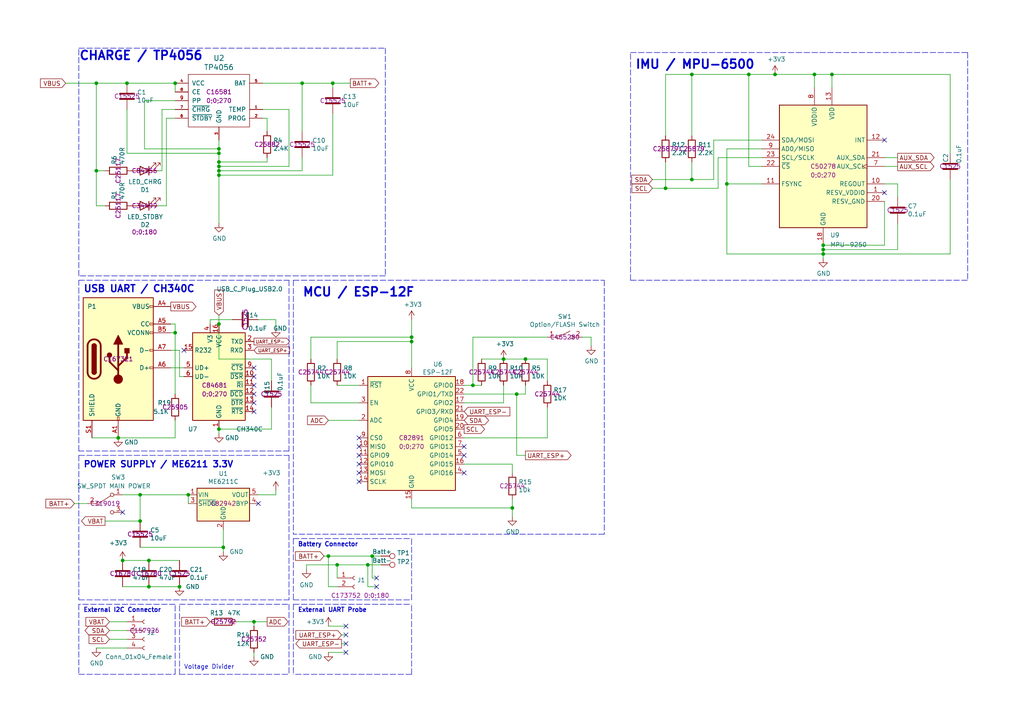
<source format=kicad_sch>
(kicad_sch (version 20211123) (generator eeschema)
  (paper "A4")
  (title_block (title "FineMotion-SlimeVR-PCB") (date "2022-08-24") (rev "v0.5b") (company "https://github.com/Kamilake/FineMotion-Tracker") (comment 1 "Licensed under CERN-OHL-P v2 or later") (comment 2 "Compatible with github.com/SlimeVR/SlimeVR-Tracker-ESP"))
  (lib_symbols
    (symbol "Connector:Conn_01x02_Female" (pin_names (offset 1.016) hide)
      (property "Reference" "J" (at 0 2.54 0))
      (property "Value" "Conn_01x02_Female" (at 0 -5.08 0))
      (symbol "Conn_01x02_Female_1_1"
        (arc (start 0 -2.032) (mid -0.508 -2.54) (end 0 -3.048) (stroke (width 0.1524)))
        (polyline (pts (xy -1.27 -2.54) (xy -0.508 -2.54)) (stroke (width 0.1524)))
        (polyline (pts (xy -1.27 0) (xy -0.508 0)) (stroke (width 0.1524)))
        (arc (start 0 0.508) (mid -0.508 0) (end 0 -0.508) (stroke (width 0.1524)))
        (pin passive line (at -5.08 0 0) (length 3.81) (name "Pin_1") (number "1"))
        (pin passive line (at -5.08 -2.54 0) (length 3.81) (name "Pin_2") (number "2"))
      )
    )
    (symbol "Connector:Conn_01x04_Female" (pin_names (offset 1.016) hide)
      (property "Reference" "J" (at 0 5.08 0))
      (property "Value" "Conn_01x04_Female" (at 0 -7.62 0))
      (symbol "Conn_01x04_Female_1_1"
        (arc (start 0 -4.572) (mid -0.508 -5.08) (end 0 -5.588) (stroke (width 0.1524)))
        (arc (start 0 -2.032) (mid -0.508 -2.54) (end 0 -3.048) (stroke (width 0.1524)))
        (polyline (pts (xy -1.27 -5.08) (xy -0.508 -5.08)) (stroke (width 0.1524)))
        (polyline (pts (xy -1.27 -2.54) (xy -0.508 -2.54)) (stroke (width 0.1524)))
        (polyline (pts (xy -1.27 0) (xy -0.508 0)) (stroke (width 0.1524)))
        (polyline (pts (xy -1.27 2.54) (xy -0.508 2.54)) (stroke (width 0.1524)))
        (arc (start 0 0.508) (mid -0.508 0) (end 0 -0.508) (stroke (width 0.1524)))
        (arc (start 0 3.048) (mid -0.508 2.54) (end 0 2.032) (stroke (width 0.1524)))
        (pin passive line (at -5.08 2.54 0) (length 3.81) (name "Pin_1") (number "1"))
        (pin passive line (at -5.08 0 0) (length 3.81) (name "Pin_2") (number "2"))
        (pin passive line (at -5.08 -2.54 0) (length 3.81) (name "Pin_3") (number "3"))
        (pin passive line (at -5.08 -5.08 0) (length 3.81) (name "Pin_4") (number "4"))
      )
    )
    (symbol "Connector:TestPoint" (pin_numbers hide) (pin_names (offset 0.762) hide)
      (property "Reference" "TP" (at 0 6.858 0))
      (property "Value" "TestPoint" (at 0 5.08 0))
      (symbol "TestPoint_0_1"
        (circle (center 0 3.302) (radius 0.762))
      )
      (symbol "TestPoint_1_1"
        (pin passive line (at 0 0 90) (length 2.54) (name "1") (number "1"))
      )
    )
    (symbol "Connector:USB_C_Plug_USB2.0" (pin_names (offset 1.016))
      (property "Reference" "P" (at -10.16 19.05 0))
      (property "Value" "USB_C_Plug_USB2.0" (at 12.7 19.05 0))
      (symbol "USB_C_Plug_USB2.0_0_0"
        (rectangle (start -0.254 -17.78) (end 0.254 -16.764))
        (rectangle (start 10.16 -2.286) (end 9.144 -2.794))
        (rectangle (start 10.16 2.794) (end 9.144 2.286))
        (rectangle (start 10.16 7.874) (end 9.144 7.366))
        (rectangle (start 10.16 10.414) (end 9.144 9.906))
        (rectangle (start 10.16 15.494) (end 9.144 14.986))
      )
      (symbol "USB_C_Plug_USB2.0_0_1"
        (rectangle (start -10.16 17.78) (end 10.16 -17.78) (stroke (width 0.254)) (fill (type background)))
        (arc (start -8.89 -3.81) (mid -6.985 -5.715) (end -5.08 -3.81) (stroke (width 0.508)))
        (arc (start -7.62 -3.81) (mid -6.985 -4.445) (end -6.35 -3.81) (stroke (width 0.254)))
        (arc (start -7.62 -3.81) (mid -6.985 -4.445) (end -6.35 -3.81) (stroke (width 0.254)) (fill (type outline)))
        (rectangle (start -7.62 -3.81) (end -6.35 3.81) (stroke (width 0.254)) (fill (type outline)))
        (arc (start -6.35 3.81) (mid -6.985 4.445) (end -7.62 3.81) (stroke (width 0.254)))
        (arc (start -6.35 3.81) (mid -6.985 4.445) (end -7.62 3.81) (stroke (width 0.254)) (fill (type outline)))
        (arc (start -5.08 3.81) (mid -6.985 5.715) (end -8.89 3.81) (stroke (width 0.508)))
        (circle (center -2.54 1.143) (radius 0.635) (stroke (width 0.254)) (fill (type outline)))
        (circle (center 0 -5.842) (radius 1.27) (fill (type outline)))
        (polyline (pts (xy -8.89 -3.81) (xy -8.89 3.81)) (stroke (width 0.508)))
        (polyline (pts (xy -5.08 3.81) (xy -5.08 -3.81)) (stroke (width 0.508)))
        (polyline (pts (xy 0 -5.842) (xy 0 4.318)) (stroke (width 0.508)))
        (polyline (pts (xy 0 -3.302) (xy -2.54 -0.762) (xy -2.54 0.508)) (stroke (width 0.508)))
        (polyline (pts (xy 0 -2.032) (xy 2.54 0.508) (xy 2.54 1.778)) (stroke (width 0.508)))
        (polyline (pts (xy -1.27 4.318) (xy 0 6.858) (xy 1.27 4.318) (xy -1.27 4.318)) (stroke (width 0.254)) (fill (type outline)))
        (rectangle (start 1.905 1.778) (end 3.175 3.048) (stroke (width 0.254)) (fill (type outline)))
      )
      (symbol "USB_C_Plug_USB2.0_1_1"
        (pin passive line (at 0 -22.86 90) (length 5.08) (name "GND") (number "A1"))
        (pin passive line (at 0 -22.86 90) (length 5.08) hide (name "GND") (number "A12"))
        (pin passive line (at 15.24 15.24 180) (length 5.08) (name "VBUS") (number "A4"))
        (pin bidirectional line (at 15.24 10.16 180) (length 5.08) (name "CC") (number "A5"))
        (pin bidirectional line (at 15.24 -2.54 180) (length 5.08) (name "D+") (number "A6"))
        (pin bidirectional line (at 15.24 2.54 180) (length 5.08) (name "D-") (number "A7"))
        (pin passive line (at 15.24 15.24 180) (length 5.08) hide (name "VBUS") (number "A9"))
        (pin passive line (at 0 -22.86 90) (length 5.08) hide (name "GND") (number "B1"))
        (pin passive line (at 0 -22.86 90) (length 5.08) hide (name "GND") (number "B12"))
        (pin passive line (at 15.24 15.24 180) (length 5.08) hide (name "VBUS") (number "B4"))
        (pin bidirectional line (at 15.24 7.62 180) (length 5.08) (name "VCONN") (number "B5"))
        (pin passive line (at 15.24 15.24 180) (length 5.08) hide (name "VBUS") (number "B9"))
        (pin passive line (at -7.62 -22.86 90) (length 5.08) (name "SHIELD") (number "S1"))
      )
    )
    (symbol "Device:C" (pin_numbers hide) (pin_names (offset 0.254))
      (property "Reference" "C" (at 0.635 2.54 0))
      (property "Value" "C" (at 0.635 -2.54 0))
      (symbol "C_0_1"
        (polyline (pts (xy -2.032 -0.762) (xy 2.032 -0.762)) (stroke (width 0.508)))
        (polyline (pts (xy -2.032 0.762) (xy 2.032 0.762)) (stroke (width 0.508)))
      )
      (symbol "C_1_1"
        (pin passive line (at 0 3.81 270) (length 2.794) (name "~") (number "1"))
        (pin passive line (at 0 -3.81 90) (length 2.794) (name "~") (number "2"))
      )
    )
    (symbol "Device:LED" (pin_numbers hide) (pin_names (offset 1.016) hide)
      (property "Reference" "D" (at 0 2.54 0))
      (property "Value" "LED" (at 0 -2.54 0))
      (symbol "LED_0_1"
        (polyline (pts (xy -1.27 -1.27) (xy -1.27 1.27)) (stroke (width 0.254)))
        (polyline (pts (xy -1.27 0) (xy 1.27 0)))
        (polyline (pts (xy 1.27 -1.27) (xy 1.27 1.27) (xy -1.27 0) (xy 1.27 -1.27)) (stroke (width 0.254)))
        (polyline (pts (xy -3.048 -0.762) (xy -4.572 -2.286) (xy -3.81 -2.286) (xy -4.572 -2.286) (xy -4.572 -1.524)))
        (polyline (pts (xy -1.778 -0.762) (xy -3.302 -2.286) (xy -2.54 -2.286) (xy -3.302 -2.286) (xy -3.302 -1.524)))
      )
      (symbol "LED_1_1"
        (pin passive line (at -3.81 0 0) (length 2.54) (name "K") (number "1"))
        (pin passive line (at 3.81 0 180) (length 2.54) (name "A") (number "2"))
      )
    )
    (symbol "Device:R" (pin_numbers hide) (pin_names (offset 0))
      (property "Reference" "R" (at 2.032 0 90))
      (property "Value" "R" (at 0 0 90))
      (symbol "R_0_1"
        (rectangle (start -1.016 -2.54) (end 1.016 2.54) (stroke (width 0.254)))
      )
      (symbol "R_1_1"
        (pin passive line (at 0 3.81 270) (length 1.27) (name "~") (number "1"))
        (pin passive line (at 0 -3.81 90) (length 1.27) (name "~") (number "2"))
      )
    )
    (symbol "Interface_USB:CH340C"
      (property "Reference" "U" (at -5.08 13.97 0))
      (property "Value" "CH340C" (at 1.27 13.97 0))
      (symbol "CH340C_0_1"
        (rectangle (start -7.62 12.7) (end 7.62 -12.7) (stroke (width 0.254)) (fill (type background)))
      )
      (symbol "CH340C_1_1"
        (pin power_in line (at 0 -15.24 90) (length 2.54) (name "GND") (number "1"))
        (pin input line (at 10.16 0 180) (length 2.54) (name "~{DSR}") (number "10"))
        (pin input line (at 10.16 -2.54 180) (length 2.54) (name "~{RI}") (number "11"))
        (pin input line (at 10.16 -5.08 180) (length 2.54) (name "~{DCD}") (number "12"))
        (pin output line (at 10.16 -7.62 180) (length 2.54) (name "~{DTR}") (number "13"))
        (pin output line (at 10.16 -10.16 180) (length 2.54) (name "~{RTS}") (number "14"))
        (pin input line (at -10.16 7.62 0) (length 2.54) (name "R232") (number "15"))
        (pin power_in line (at 0 15.24 270) (length 2.54) (name "VCC") (number "16"))
        (pin output line (at 10.16 10.16 180) (length 2.54) (name "TXD") (number "2"))
        (pin input line (at 10.16 7.62 180) (length 2.54) (name "RXD") (number "3"))
        (pin passive line (at -2.54 15.24 270) (length 2.54) (name "V3") (number "4"))
        (pin bidirectional line (at -10.16 2.54 0) (length 2.54) (name "UD+") (number "5"))
        (pin bidirectional line (at -10.16 0 0) (length 2.54) (name "UD-") (number "6"))
        (pin no_connect line (at -7.62 -7.62 0) (length 2.54) hide (name "NC") (number "7"))
        (pin no_connect line (at -7.62 -10.16 0) (length 2.54) hide (name "NC") (number "8"))
        (pin input line (at 10.16 2.54 180) (length 2.54) (name "~{CTS}") (number "9"))
      )
    )
    (symbol "RF_Module:ESP-12F"
      (property "Reference" "U" (at -12.7 19.05 0))
      (property "Value" "ESP-12F" (at 12.7 19.05 0))
      (symbol "ESP-12F_0_1"
        (rectangle (start -12.7 17.78) (end 12.7 -15.24) (stroke (width 0.254)) (fill (type background)))
      )
      (symbol "ESP-12F_1_1"
        (pin input line (at -15.24 15.24 0) (length 2.54) (name "~{RST}") (number "1"))
        (pin bidirectional line (at -15.24 -2.54 0) (length 2.54) (name "MISO") (number "10"))
        (pin bidirectional line (at -15.24 -5.08 0) (length 2.54) (name "GPIO9") (number "11"))
        (pin bidirectional line (at -15.24 -7.62 0) (length 2.54) (name "GPIO10") (number "12"))
        (pin bidirectional line (at -15.24 -10.16 0) (length 2.54) (name "MOSI") (number "13"))
        (pin bidirectional line (at -15.24 -12.7 0) (length 2.54) (name "SCLK") (number "14"))
        (pin power_in line (at 0 -17.78 90) (length 2.54) (name "GND") (number "15"))
        (pin bidirectional line (at 15.24 -7.62 180) (length 2.54) (name "GPIO15") (number "16"))
        (pin bidirectional line (at 15.24 10.16 180) (length 2.54) (name "GPIO2") (number "17"))
        (pin bidirectional line (at 15.24 15.24 180) (length 2.54) (name "GPIO0") (number "18"))
        (pin bidirectional line (at 15.24 5.08 180) (length 2.54) (name "GPIO4") (number "19"))
        (pin input line (at -15.24 5.08 0) (length 2.54) (name "ADC") (number "2"))
        (pin bidirectional line (at 15.24 2.54 180) (length 2.54) (name "GPIO5") (number "20"))
        (pin bidirectional line (at 15.24 7.62 180) (length 2.54) (name "GPIO3/RXD") (number "21"))
        (pin bidirectional line (at 15.24 12.7 180) (length 2.54) (name "GPIO1/TXD") (number "22"))
        (pin input line (at -15.24 10.16 0) (length 2.54) (name "EN") (number "3"))
        (pin bidirectional line (at 15.24 -10.16 180) (length 2.54) (name "GPIO16") (number "4"))
        (pin bidirectional line (at 15.24 -5.08 180) (length 2.54) (name "GPIO14") (number "5"))
        (pin bidirectional line (at 15.24 0 180) (length 2.54) (name "GPIO12") (number "6"))
        (pin bidirectional line (at 15.24 -2.54 180) (length 2.54) (name "GPIO13") (number "7"))
        (pin power_in line (at 0 20.32 270) (length 2.54) (name "VCC") (number "8"))
        (pin input line (at -15.24 0 0) (length 2.54) (name "CS0") (number "9"))
      )
    )
    (symbol "Regulator_Linear:APE8865U5-16-HF-3" (pin_names (offset 0.254))
      (property "Reference" "U" (at -6.35 5.715 0))
      (property "Value" "APE8865U5-16-HF-3" (at -3.175 5.715 0))
      (symbol "APE8865U5-16-HF-3_0_1"
        (rectangle (start -7.62 4.445) (end 7.62 -5.08) (stroke (width 0.254)) (fill (type background)))
      )
      (symbol "APE8865U5-16-HF-3_1_1"
        (pin power_in line (at -10.16 2.54 0) (length 2.54) (name "VIN") (number "1"))
        (pin power_in line (at 0 -7.62 90) (length 2.54) (name "GND") (number "2"))
        (pin input line (at -10.16 0 0) (length 2.54) (name "~{SHDN}") (number "3"))
        (pin input line (at 10.16 0 180) (length 2.54) (name "BYP") (number "4"))
        (pin power_out line (at 10.16 2.54 180) (length 2.54) (name "VOUT") (number "5"))
      )
    )
    (symbol "Sensor_Motion:MPU-9250"
      (property "Reference" "U" (at -11.43 19.05 0))
      (property "Value" "MPU-9250" (at 7.62 -19.05 0))
      (symbol "MPU-9250_0_1"
        (rectangle (start -12.7 17.78) (end 12.7 -17.78) (stroke (width 0.254)) (fill (type background)))
      )
      (symbol "MPU-9250_1_1"
        (pin input line (at 17.78 -7.62 180) (length 5.08) (name "RESV_VDDIO") (number "1"))
        (pin passive line (at 17.78 -5.08 180) (length 5.08) (name "REGOUT") (number "10"))
        (pin input line (at -17.78 -5.08 0) (length 5.08) (name "FSYNC") (number "11"))
        (pin output line (at 17.78 7.62 180) (length 5.08) (name "INT") (number "12"))
        (pin power_in line (at 2.54 22.86 270) (length 5.08) (name "VDD") (number "13"))
        (pin power_in line (at 0 -22.86 90) (length 5.08) (name "GND") (number "18"))
        (pin power_in line (at 17.78 -10.16 180) (length 5.08) (name "RESV_GND") (number "20"))
        (pin bidirectional line (at 17.78 2.54 180) (length 5.08) (name "AUX_SDA") (number "21"))
        (pin input line (at -17.78 0 0) (length 5.08) (name "~{CS}") (number "22"))
        (pin input line (at -17.78 2.54 0) (length 5.08) (name "SCL/SCLK") (number "23"))
        (pin bidirectional line (at -17.78 7.62 0) (length 5.08) (name "SDA/MOSI") (number "24"))
        (pin output clock (at 17.78 0 180) (length 5.08) (name "AUX_SCL") (number "7"))
        (pin power_in line (at -2.54 22.86 270) (length 5.08) (name "VDDIO") (number "8"))
        (pin bidirectional line (at -17.78 5.08 0) (length 5.08) (name "AD0/MISO") (number "9"))
      )
    )
    (symbol "Switch:SW_SPDT" (pin_names (offset 0) hide)
      (property "Reference" "SW" (at 0 4.318 0))
      (property "Value" "SW_SPDT" (at 0 -5.08 0))
      (symbol "SW_SPDT_0_0"
        (circle (center -2.032 0) (radius 0.508))
        (circle (center 2.032 -2.54) (radius 0.508))
      )
      (symbol "SW_SPDT_0_1"
        (polyline (pts (xy -1.524 0.254) (xy 1.651 2.286)))
        (circle (center 2.032 2.54) (radius 0.508))
      )
      (symbol "SW_SPDT_1_1"
        (pin passive line (at 5.08 2.54 180) (length 2.54) (name "A") (number "1"))
        (pin passive line (at -5.08 0 0) (length 2.54) (name "B") (number "2"))
        (pin passive line (at 5.08 -2.54 180) (length 2.54) (name "C") (number "3"))
      )
    )
    (symbol "Switch:SW_SPST" (pin_names (offset 0) hide)
      (property "Reference" "SW" (at 0 3.175 0))
      (property "Value" "SW_SPST" (at 0 -2.54 0))
      (symbol "SW_SPST_0_0"
        (circle (center -2.032 0) (radius 0.508))
        (polyline (pts (xy -1.524 0.254) (xy 1.524 1.778)))
        (circle (center 2.032 0) (radius 0.508))
      )
      (symbol "SW_SPST_1_1"
        (pin passive line (at -5.08 0 0) (length 2.54) (name "A") (number "1"))
        (pin passive line (at 5.08 0 180) (length 2.54) (name "B") (number "2"))
      )
    )
    (symbol "power:+3.3V" (power) (pin_names (offset 0))
      (property "Value" "+3.3V" (at 0 3.556 0))
      (symbol "+3.3V_0_1"
        (polyline (pts (xy -0.762 1.27) (xy 0 2.54)))
        (polyline (pts (xy 0 0) (xy 0 2.54)))
        (polyline (pts (xy 0 2.54) (xy 0.762 1.27)))
      )
      (symbol "+3.3V_1_1"
        (pin power_in line (at 0 0 90) (length 0) hide (name "+3V3") (number "1"))
      )
    )
    (symbol "power:GND" (power) (pin_names (offset 0))
      (property "Value" "GND" (at 0 -3.81 0))
      (symbol "GND_0_1"
        (polyline (pts (xy 0 0) (xy 0 -1.27) (xy 1.27 -1.27) (xy 0 -2.54) (xy -1.27 -1.27) (xy 0 -1.27)))
      )
      (symbol "GND_1_1"
        (pin power_in line (at 0 0 270) (length 0) hide (name "GND") (number "1"))
      )
    )
    (symbol "tp4056:TP4056" (pin_names (offset 1.016))
      (property "Reference" "U" (at -8.89 10.16 0))
      (property "Value" "TP4056" (at 8.89 10.16 0))
      (symbol "TP4056_0_1"
        (rectangle (start -8.89 8.89) (end 8.89 -6.35))
      )
      (symbol "TP4056_1_1"
        (pin passive line (at 12.7 -1.27 180) (length 3.81) (name "TEMP") (number "1"))
        (pin passive line (at 12.7 -3.81 180) (length 3.81) (name "PROG") (number "2"))
        (pin power_in line (at 0 -10.16 90) (length 3.81) (name "GND") (number "3"))
        (pin power_in line (at -12.7 6.35 0) (length 3.81) (name "VCC") (number "4"))
        (pin power_out line (at 12.7 6.35 180) (length 3.81) (name "BAT") (number "5"))
        (pin open_collector line (at -12.7 -3.81 0) (length 3.81) (name "~{STDBY}") (number "6"))
        (pin open_collector line (at -12.7 -1.27 0) (length 3.81) (name "~{CHRG}") (number "7"))
        (pin input line (at -12.7 3.81 0) (length 3.81) (name "CE") (number "8"))
        (pin input line (at -12.7 1.27 0) (length 3.81) (name "PP") (number "9"))
      )
    )
  )
  (junction (at 50.8 24.13))
  (junction (at 40.64 143.51))
  (junction (at 34.29 127))
  (junction (at 63.5 93.98))
  (junction (at 236.22 21.59))
  (junction (at 119.38 99.06))
  (junction (at 43.18 162.56))
  (junction (at 63.5 48.26))
  (junction (at 87.63 24.13))
  (junction (at 224.79 21.59))
  (junction (at 35.56 162.56))
  (junction (at 152.4 104.14))
  (junction (at 27.94 49.53))
  (junction (at 119.38 97.79))
  (junction (at 63.5 43.18))
  (junction (at 217.17 21.59))
  (junction (at 63.5 49.53))
  (junction (at 50.8 96.52))
  (junction (at 96.52 24.13))
  (junction (at 64.77 158.75))
  (junction (at 193.04 54.61))
  (junction (at 148.59 147.32))
  (junction (at 36.83 24.13))
  (junction (at 238.76 73.66))
  (junction (at 63.5 124.46))
  (junction (at 95.25 161.29))
  (junction (at 54.61 143.51))
  (junction (at 200.66 21.59))
  (junction (at 241.3 21.59))
  (junction (at 106.68 163.83))
  (junction (at 63.5 50.8))
  (junction (at 63.5 44.45))
  (junction (at 73.66 180.34))
  (junction (at 40.64 151.13))
  (junction (at 146.05 104.14))
  (junction (at 149.86 114.3))
  (junction (at 52.07 170.18))
  (junction (at 27.94 24.13))
  (junction (at 238.76 71.12))
  (junction (at 137.16 111.76))
  (junction (at 107.95 161.29))
  (junction (at 97.79 163.83))
  (junction (at 63.5 46.99))
  (junction (at 43.18 170.18))
  (junction (at 210.82 53.34))
  (junction (at 238.76 72.39))
  (junction (at 200.66 52.07))
  (no_connect (at 104.14 129.54))
  (no_connect (at 256.54 40.64))
  (no_connect (at 100.33 181.61))
  (no_connect (at 109.22 167.64))
  (no_connect (at 73.66 109.22))
  (no_connect (at 100.33 184.15))
  (no_connect (at 74.93 146.05))
  (no_connect (at 73.66 114.3))
  (no_connect (at 53.34 101.6))
  (no_connect (at 134.62 137.16))
  (no_connect (at 73.66 119.38))
  (no_connect (at 73.66 106.68))
  (no_connect (at 104.14 127))
  (no_connect (at 73.66 116.84))
  (no_connect (at 104.14 137.16))
  (no_connect (at 104.14 132.08))
  (no_connect (at 256.54 55.88))
  (no_connect (at 73.66 111.76))
  (no_connect (at 134.62 129.54))
  (no_connect (at 109.22 170.18))
  (no_connect (at 134.62 132.08))
  (no_connect (at 35.56 148.59))
  (no_connect (at 104.14 139.7))
  (no_connect (at 100.33 186.69))
  (no_connect (at 104.14 134.62))
  (no_connect (at 100.33 189.23))
  (bus_entry (at -675.64 227.33) (size 2.54 2.54))
  (wire (pts (xy 104.14 111.76) (xy 97.79 111.76)))
  (polyline (pts (xy 83.82 130.81) (xy 22.86 130.81)))
  (wire (pts (xy 256.54 71.12) (xy 238.76 71.12)))
  (wire (pts (xy 146.05 111.76) (xy 146.05 116.84)))
  (wire (pts (xy 134.62 134.62) (xy 148.59 134.62)))
  (wire (pts (xy 93.98 161.29) (xy 95.25 161.29)))
  (wire (pts (xy 35.56 143.51) (xy 40.64 143.51)))
  (wire (pts (xy 95.25 121.92) (xy 104.14 121.92)))
  (polyline (pts (xy 50.8 195.58) (xy 50.8 175.26)))
  (wire (pts (xy 88.9 165.1) (xy 88.9 163.83)))
  (wire (pts (xy 134.62 111.76) (xy 137.16 111.76)))
  (polyline (pts (xy 119.38 195.58) (xy 85.09 195.58)))
  (wire (pts (xy 26.67 127) (xy 34.29 127)))
  (wire (pts (xy 43.18 162.56) (xy 35.56 162.56)))
  (wire (pts (xy 134.62 114.3) (xy 149.86 114.3)))
  (wire (pts (xy 275.59 73.66) (xy 238.76 73.66)))
  (wire (pts (xy 148.59 134.62) (xy 148.59 137.16)))
  (wire (pts (xy 189.23 54.61) (xy 193.04 54.61)))
  (wire (pts (xy 119.38 147.32) (xy 148.59 147.32)))
  (wire (pts (xy 43.18 170.18) (xy 52.07 170.18)))
  (wire (pts (xy 99.06 186.69) (xy 100.33 186.69)))
  (wire (pts (xy 90.17 111.76) (xy 90.17 116.84)))
  (wire (pts (xy 275.59 21.59) (xy 241.3 21.59)))
  (wire (pts (xy 50.8 96.52) (xy 50.8 114.3)))
  (polyline (pts (xy 85.09 81.28) (xy 85.09 154.94)))
  (wire (pts (xy 27.94 24.13) (xy 36.83 24.13)))
  (wire (pts (xy 50.8 29.21) (xy 41.91 29.21)))
  (polyline (pts (xy 111.76 13.97) (xy 111.76 80.01)))
  (wire (pts (xy 27.94 59.69) (xy 27.94 49.53)))
  (wire (pts (xy 63.5 44.45) (xy 63.5 46.99)))
  (wire (pts (xy 74.93 143.51) (xy 80.01 143.51)))
  (polyline (pts (xy 22.86 132.08) (xy 83.82 132.08)))
  (polyline (pts (xy 52.07 195.58) (xy 83.82 195.58)))
  (wire (pts (xy 43.18 170.18) (xy 35.56 170.18)))
  (wire (pts (xy 41.91 43.18) (xy 63.5 43.18)))
  (wire (pts (xy 30.48 59.69) (xy 27.94 59.69)))
  (polyline (pts (xy 85.09 81.28) (xy 175.26 81.28)))
  (wire (pts (xy 241.3 21.59) (xy 241.3 25.4)))
  (wire (pts (xy 171.45 97.79) (xy 171.45 100.33)))
  (polyline (pts (xy 85.09 175.26) (xy 85.09 195.58)))
  (wire (pts (xy 50.8 31.75) (xy 46.99 31.75)))
  (wire (pts (xy 30.48 151.13) (xy 40.64 151.13)))
  (wire (pts (xy 52.07 162.56) (xy 43.18 162.56)))
  (wire (pts (xy 158.75 110.49) (xy 158.75 104.14)))
  (wire (pts (xy 260.35 57.15) (xy 260.35 53.34)))
  (wire (pts (xy 49.53 96.52) (xy 50.8 96.52)))
  (wire (pts (xy 73.66 189.23) (xy 73.66 190.5)))
  (wire (pts (xy 63.5 104.14) (xy 63.5 93.98)))
  (wire (pts (xy 31.75 185.42) (xy 36.83 185.42)))
  (wire (pts (xy 21.59 146.05) (xy 25.4 146.05)))
  (wire (pts (xy 63.5 43.18) (xy 63.5 44.45)))
  (wire (pts (xy 48.26 59.69) (xy 45.72 59.69)))
  (polyline (pts (xy 52.07 195.58) (xy 52.07 175.26)))
  (wire (pts (xy 137.16 111.76) (xy 137.16 97.79)))
  (polyline (pts (xy 175.26 154.94) (xy 85.09 154.94)))
  (wire (pts (xy 60.96 93.98) (xy 60.96 92.71)))
  (wire (pts (xy 97.79 163.83) (xy 106.68 163.83)))
  (wire (pts (xy 68.58 180.34) (xy 73.66 180.34)))
  (polyline (pts (xy 83.82 132.08) (xy 83.82 173.99)))
  (polyline (pts (xy 22.86 132.08) (xy 22.86 173.99)))
  (wire (pts (xy 73.66 181.61) (xy 73.66 180.34)))
  (wire (pts (xy 134.62 127) (xy 158.75 127)))
  (wire (pts (xy 30.48 49.53) (xy 27.94 49.53)))
  (polyline (pts (xy 182.88 15.24) (xy 280.67 15.24)))
  (wire (pts (xy 200.66 21.59) (xy 200.66 39.37)))
  (wire (pts (xy 73.66 180.34) (xy 77.47 180.34)))
  (wire (pts (xy 149.86 114.3) (xy 152.4 114.3)))
  (wire (pts (xy 40.64 158.75) (xy 64.77 158.75)))
  (wire (pts (xy 168.91 97.79) (xy 171.45 97.79)))
  (wire (pts (xy 64.77 153.67) (xy 64.77 158.75)))
  (wire (pts (xy 50.8 127) (xy 50.8 121.92)))
  (wire (pts (xy 34.29 127) (xy 50.8 127)))
  (wire (pts (xy 40.64 143.51) (xy 54.61 143.51)))
  (wire (pts (xy 52.07 101.6) (xy 52.07 109.22)))
  (wire (pts (xy 76.2 34.29) (xy 77.47 34.29)))
  (polyline (pts (xy 22.86 81.28) (xy 83.82 81.28)))
  (wire (pts (xy 158.75 127) (xy 158.75 118.11)))
  (wire (pts (xy 49.53 101.6) (xy 52.07 101.6)))
  (wire (pts (xy 106.68 163.83) (xy 110.49 163.83)))
  (wire (pts (xy 220.98 48.26) (xy 217.17 48.26)))
  (wire (pts (xy 107.95 161.29) (xy 107.95 167.64)))
  (wire (pts (xy 46.99 49.53) (xy 45.72 49.53)))
  (wire (pts (xy 275.59 52.07) (xy 275.59 73.66)))
  (polyline (pts (xy 22.86 175.26) (xy 22.86 195.58)))
  (wire (pts (xy 77.47 45.72) (xy 77.47 46.99)))
  (wire (pts (xy 87.63 49.53) (xy 63.5 49.53)))
  (wire (pts (xy 83.82 31.75) (xy 83.82 48.26)))
  (polyline (pts (xy 119.38 173.99) (xy 119.38 156.21)))
  (wire (pts (xy 46.99 31.75) (xy 46.99 49.53)))
  (wire (pts (xy 260.35 48.26) (xy 256.54 48.26)))
  (wire (pts (xy 90.17 97.79) (xy 90.17 104.14)))
  (wire (pts (xy 200.66 46.99) (xy 200.66 52.07)))
  (polyline (pts (xy 85.09 175.26) (xy 119.38 175.26)))
  (wire (pts (xy 106.68 163.83) (xy 106.68 170.18)))
  (wire (pts (xy 146.05 104.14) (xy 152.4 104.14)))
  (wire (pts (xy 149.86 132.08) (xy 152.4 132.08)))
  (polyline (pts (xy 50.8 175.26) (xy 22.86 175.26)))
  (polyline (pts (xy 22.86 80.01) (xy 22.86 13.97)))
  (wire (pts (xy 88.9 163.83) (xy 97.79 163.83)))
  (wire (pts (xy 137.16 97.79) (xy 158.75 97.79)))
  (polyline (pts (xy 22.86 130.81) (xy 22.86 81.28)))
  (polyline (pts (xy 22.86 173.99) (xy 83.82 173.99)))
  (wire (pts (xy 78.74 104.14) (xy 63.5 104.14)))
  (polyline (pts (xy 182.88 81.28) (xy 280.67 81.28)))
  (wire (pts (xy 208.28 45.72) (xy 220.98 45.72)))
  (polyline (pts (xy 85.09 156.21) (xy 119.38 156.21)))
  (wire (pts (xy 87.63 24.13) (xy 87.63 38.1)))
  (wire (pts (xy 210.82 43.18) (xy 210.82 53.34)))
  (wire (pts (xy 260.35 53.34) (xy 256.54 53.34)))
  (wire (pts (xy 76.2 31.75) (xy 83.82 31.75)))
  (wire (pts (xy 238.76 72.39) (xy 238.76 73.66)))
  (wire (pts (xy 210.82 53.34) (xy 210.82 73.66)))
  (wire (pts (xy 90.17 97.79) (xy 119.38 97.79)))
  (wire (pts (xy 236.22 21.59) (xy 241.3 21.59)))
  (wire (pts (xy 41.91 29.21) (xy 41.91 43.18)))
  (wire (pts (xy 193.04 46.99) (xy 193.04 54.61)))
  (wire (pts (xy 275.59 44.45) (xy 275.59 21.59)))
  (wire (pts (xy 96.52 50.8) (xy 63.5 50.8)))
  (wire (pts (xy 76.2 24.13) (xy 87.63 24.13)))
  (wire (pts (xy 220.98 53.34) (xy 210.82 53.34)))
  (wire (pts (xy 149.86 114.3) (xy 149.86 132.08)))
  (wire (pts (xy 260.35 72.39) (xy 238.76 72.39)))
  (wire (pts (xy 256.54 71.12) (xy 256.54 58.42)))
  (polyline (pts (xy 83.82 175.26) (xy 83.82 195.58)))
  (wire (pts (xy 119.38 97.79) (xy 119.38 99.06)))
  (wire (pts (xy 148.59 147.32) (xy 148.59 149.86)))
  (polyline (pts (xy 182.88 81.28) (xy 182.88 15.24)))
  (wire (pts (xy 208.28 54.61) (xy 208.28 45.72)))
  (wire (pts (xy 152.4 114.3) (xy 152.4 111.76)))
  (wire (pts (xy 50.8 26.67) (xy 50.8 24.13)))
  (wire (pts (xy 193.04 21.59) (xy 193.04 39.37)))
  (wire (pts (xy 220.98 43.18) (xy 210.82 43.18)))
  (wire (pts (xy 107.95 161.29) (xy 110.49 161.29)))
  (wire (pts (xy 63.5 93.98) (xy 63.5 91.44)))
  (wire (pts (xy 95.25 189.23) (xy 100.33 189.23)))
  (wire (pts (xy 63.5 49.53) (xy 63.5 50.8)))
  (wire (pts (xy 50.8 93.98) (xy 50.8 96.52)))
  (wire (pts (xy 217.17 21.59) (xy 224.79 21.59)))
  (wire (pts (xy 80.01 92.71) (xy 80.01 95.25)))
  (polyline (pts (xy 175.26 81.28) (xy 175.26 154.94)))
  (polyline (pts (xy 85.09 156.21) (xy 85.09 173.99)))
  (wire (pts (xy 96.52 24.13) (xy 101.6 24.13)))
  (wire (pts (xy 152.4 104.14) (xy 158.75 104.14)))
  (wire (pts (xy 40.64 151.13) (xy 40.64 143.51)))
  (polyline (pts (xy 22.86 13.97) (xy 111.76 13.97)))
  (wire (pts (xy 27.94 24.13) (xy 19.05 24.13)))
  (wire (pts (xy 63.5 48.26) (xy 63.5 49.53)))
  (polyline (pts (xy 83.82 81.28) (xy 83.82 130.81)))
  (wire (pts (xy 90.17 116.84) (xy 104.14 116.84)))
  (wire (pts (xy 119.38 92.71) (xy 119.38 97.79)))
  (wire (pts (xy 36.83 24.13) (xy 50.8 24.13)))
  (wire (pts (xy 134.62 116.84) (xy 146.05 116.84)))
  (wire (pts (xy 95.25 161.29) (xy 95.25 170.18)))
  (wire (pts (xy 63.5 48.26) (xy 83.82 48.26)))
  (wire (pts (xy 87.63 24.13) (xy 96.52 24.13)))
  (wire (pts (xy 256.54 45.72) (xy 260.35 45.72)))
  (wire (pts (xy 193.04 21.59) (xy 200.66 21.59)))
  (wire (pts (xy 78.74 124.46) (xy 63.5 124.46)))
  (wire (pts (xy 139.7 104.14) (xy 146.05 104.14)))
  (wire (pts (xy 36.83 31.75) (xy 36.83 44.45)))
  (wire (pts (xy 77.47 46.99) (xy 63.5 46.99)))
  (wire (pts (xy 74.93 92.71) (xy 80.01 92.71)))
  (wire (pts (xy 97.79 99.06) (xy 119.38 99.06)))
  (wire (pts (xy 96.52 33.02) (xy 96.52 50.8)))
  (polyline (pts (xy 22.86 195.58) (xy 50.8 195.58)))
  (wire (pts (xy 50.8 34.29) (xy 48.26 34.29)))
  (wire (pts (xy 49.53 93.98) (xy 50.8 93.98)))
  (wire (pts (xy 60.96 92.71) (xy 67.31 92.71)))
  (wire (pts (xy 96.52 25.4) (xy 96.52 24.13)))
  (wire (pts (xy 48.26 34.29) (xy 48.26 59.69)))
  (wire (pts (xy 63.5 40.64) (xy 63.5 43.18)))
  (wire (pts (xy 54.61 143.51) (xy 54.61 146.05)))
  (polyline (pts (xy 52.07 175.26) (xy 83.82 175.26)))
  (wire (pts (xy 97.79 163.83) (xy 97.79 167.64)))
  (wire (pts (xy 260.35 64.77) (xy 260.35 72.39)))
  (wire (pts (xy 99.06 184.15) (xy 100.33 184.15)))
  (wire (pts (xy 238.76 73.66) (xy 238.76 74.93)))
  (polyline (pts (xy 280.67 15.24) (xy 280.67 81.28)))
  (wire (pts (xy 207.01 40.64) (xy 207.01 52.07)))
  (wire (pts (xy 80.01 142.24) (xy 80.01 143.51)))
  (wire (pts (xy 119.38 144.78) (xy 119.38 147.32)))
  (wire (pts (xy 236.22 21.59) (xy 236.22 25.4)))
  (polyline (pts (xy 111.76 80.01) (xy 22.86 80.01)))
  (wire (pts (xy 97.79 104.14) (xy 97.79 99.06)))
  (wire (pts (xy 27.94 49.53) (xy 27.94 24.13)))
  (wire (pts (xy 238.76 72.39) (xy 238.76 71.12)))
  (wire (pts (xy 119.38 99.06) (xy 119.38 106.68)))
  (wire (pts (xy 63.5 124.46) (xy 63.5 125.73)))
  (wire (pts (xy 95.25 161.29) (xy 107.95 161.29)))
  (wire (pts (xy 148.59 144.78) (xy 148.59 147.32)))
  (wire (pts (xy 95.25 170.18) (xy 97.79 170.18)))
  (wire (pts (xy 200.66 52.07) (xy 207.01 52.07)))
  (wire (pts (xy 78.74 118.11) (xy 78.74 124.46)))
  (wire (pts (xy 36.83 182.88) (xy 31.75 182.88)))
  (wire (pts (xy 224.79 21.59) (xy 236.22 21.59)))
  (wire (pts (xy 193.04 54.61) (xy 208.28 54.61)))
  (wire (pts (xy 63.5 50.8) (xy 63.5 64.77)))
  (wire (pts (xy 100.33 181.61) (xy 95.25 181.61)))
  (wire (pts (xy 200.66 21.59) (xy 217.17 21.59)))
  (wire (pts (xy 63.5 46.99) (xy 63.5 48.26)))
  (wire (pts (xy 107.95 167.64) (xy 109.22 167.64)))
  (wire (pts (xy 210.82 73.66) (xy 238.76 73.66)))
  (wire (pts (xy 207.01 40.64) (xy 220.98 40.64)))
  (wire (pts (xy 189.23 52.07) (xy 200.66 52.07)))
  (wire (pts (xy 137.16 111.76) (xy 139.7 111.76)))
  (wire (pts (xy 106.68 170.18) (xy 109.22 170.18)))
  (wire (pts (xy 77.47 34.29) (xy 77.47 38.1)))
  (polyline (pts (xy 85.09 173.99) (xy 119.38 173.99)))
  (wire (pts (xy 27.94 187.96) (xy 36.83 187.96)))
  (wire (pts (xy 78.74 110.49) (xy 78.74 104.14)))
  (wire (pts (xy 64.77 158.75) (xy 64.77 160.02)))
  (wire (pts (xy 36.83 44.45) (xy 63.5 44.45)))
  (wire (pts (xy 31.75 180.34) (xy 36.83 180.34)))
  (polyline (pts (xy 119.38 195.58) (xy 119.38 175.26)))
  (wire (pts (xy 217.17 48.26) (xy 217.17 21.59)))
  (wire (pts (xy 87.63 45.72) (xy 87.63 49.53)))
  (wire (pts (xy 49.53 106.68) (xy 53.34 106.68)))
  (wire (pts (xy 52.07 109.22) (xy 53.34 109.22)))
  (text "Voltage Divider" (at 53.34 194.31 0) (effects (font (size 1.27 1.27)) (justify left bottom)))
  (text "External UART Probe" (at 86.36 177.8 0) (effects (font (size 1.27 1.27) (thickness 0.254) bold) (justify left bottom)))
  (text "MCU / ESP-12F" (at 87.63 86.36 0) (effects (font (size 2.54 2.54) (thickness 0.508) bold) (justify left bottom)))
  (text "External I2C Connector" (at 24.13 177.8 0) (effects (font (size 1.27 1.27) (thickness 0.254) bold) (justify left bottom)))
  (text "IMU / MPU-6500" (at 184.15 20.32 0) (effects (font (size 2.54 2.54) (thickness 0.508) bold) (justify left bottom)))
  (text "POWER SUPPLY / ME6211 3.3V" (at 24.13 135.89 0) (effects (font (size 1.8034 1.8034) (thickness 0.3607) bold) (justify left bottom)))
  (text "CHARGE / TP4056" (at 22.86 17.78 0) (effects (font (size 2.54 2.54) (thickness 0.508) bold) (justify left bottom)))
  (text "USB UART / CH340C" (at 24.13 85.09 0) (effects (font (size 2.0066 2.0066) (thickness 0.4013) bold) (justify left bottom)))
  (text "Battery Connector" (at 86.36 158.75 0) (effects (font (size 1.27 1.27) (thickness 0.254) bold) (justify left bottom)))
  (global_label "UART_ESP-" (shape output) (at 73.66 99.06 0) (effects (font (size 0.9906 0.9906))) (property "Intersheet References" "${INTERSHEET_REFS}" (effects hide)))
  (global_label "UART_ESP+" (shape input) (at 99.06 184.15 180) (property "Intersheet References" "${INTERSHEET_REFS}" (effects hide)))
  (global_label "UART_ESP-" (shape output) (at 99.06 186.69 180) (property "Intersheet References" "${INTERSHEET_REFS}" (effects hide)))
  (global_label "VBAT" (shape input) (at 31.75 180.34 180) (property "Intersheet References" "${INTERSHEET_REFS}" (effects hide)))
  (global_label "BATT+" (shape input) (at 93.98 161.29 180) (property "Intersheet References" "${INTERSHEET_REFS}" (effects hide)))
  (global_label "VBUS" (shape input) (at 19.05 24.13 180) (property "Intersheet References" "${INTERSHEET_REFS}" (effects hide)))
  (global_label "VBUS" (shape output) (at 49.53 88.9 0) (property "Intersheet References" "${INTERSHEET_REFS}" (effects hide)))
  (global_label "SDA" (shape bidirectional) (at 31.75 182.88 180) (property "Intersheet References" "${INTERSHEET_REFS}" (effects hide)))
  (global_label "BATT+" (shape output) (at 101.6 24.13 0) (property "Intersheet References" "${INTERSHEET_REFS}" (effects hide)))
  (global_label "SDA" (shape input) (at 189.23 52.07 180) (property "Intersheet References" "${INTERSHEET_REFS}" (effects hide)))
  (global_label "UART_ESP+" (shape output) (at 152.4 132.08 0) (property "Intersheet References" "${INTERSHEET_REFS}" (effects hide)))
  (global_label "VBAT" (shape output) (at 30.48 151.13 180) (property "Intersheet References" "${INTERSHEET_REFS}" (effects hide)))
  (global_label "SCL" (shape input) (at 31.75 185.42 180) (property "Intersheet References" "${INTERSHEET_REFS}" (effects hide)))
  (global_label "SCL" (shape output) (at 134.62 124.46 0) (property "Intersheet References" "${INTERSHEET_REFS}" (effects hide)))
  (global_label "AUX_SDA" (shape output) (at 260.35 45.72 0) (property "Intersheet References" "${INTERSHEET_REFS}" (effects hide)))
  (global_label "UART_ESP+" (shape input) (at 73.66 101.6 0) (effects (font (size 0.9906 0.9906))) (property "Intersheet References" "${INTERSHEET_REFS}" (effects hide)))
  (global_label "BATT+" (shape input) (at 21.59 146.05 180) (property "Intersheet References" "${INTERSHEET_REFS}" (effects hide)))
  (global_label "ADC" (shape output) (at 77.47 180.34 0) (property "Intersheet References" "${INTERSHEET_REFS}" (effects hide)))
  (global_label "SCL" (shape input) (at 189.23 54.61 180) (property "Intersheet References" "${INTERSHEET_REFS}" (effects hide)))
  (global_label "UART_ESP-" (shape input) (at 134.62 119.38 0) (property "Intersheet References" "${INTERSHEET_REFS}" (effects hide)))
  (global_label "BATT+" (shape input) (at 60.96 180.34 180) (property "Intersheet References" "${INTERSHEET_REFS}" (effects hide)))
  (global_label "SDA" (shape bidirectional) (at 134.62 121.92 0) (property "Intersheet References" "${INTERSHEET_REFS}" (effects hide)))
  (global_label "AUX_SCL" (shape output) (at 260.35 48.26 0) (property "Intersheet References" "${INTERSHEET_REFS}" (effects hide)))
  (global_label "ADC" (shape input) (at 95.25 121.92 180) (property "Intersheet References" "${INTERSHEET_REFS}" (effects hide)))
  (global_label "VBUS" (shape input) (at 63.5 91.44 90) (property "Intersheet References" "${INTERSHEET_REFS}" (effects hide)))
  (symbol (lib_id "tp4056:TP4056") (at 63.5 30.48 0) (unit 1)
    (property "Reference" "U2" (at 63.5 16.8402 0) (effects (font (size 1.524 1.524))))
    (property "Value" "TP4056" (at 63.5 19.5326 0) (effects (font (size 1.524 1.524))))
    (property "Footprint" "Package_SO:HSOP-8-1EP_3.9x4.9mm_P1.27mm_EP2.41x3.1mm_ThermalVias" (effects hide))
    (property "LCSC" "C16581" (at 63.5 26.67 0))
    (property "JLCPCB_CORRECTION" "0;0;270" (at 63.5 29.21 0))
  )
  (symbol (lib_id "Device:LED") (at 41.91 49.53 180) (unit 1)
    (property "Reference" "D1" (at 42.0878 55.0418 0))
    (property "Value" "LED_CHRG" (at 42.0878 52.7304 0))
    (property "Footprint" "LED_SMD:LED_0805_2012Metric" (effects hide))
    (property "LCSC" "C84256" (at 41.91 49.53 0))
  )
  (symbol (lib_id "Device:LED") (at 41.91 59.69 180) (unit 1)
    (property "Reference" "D2" (at 42.0878 65.2018 0))
    (property "Value" "LED_STDBY" (at 42.0878 62.8904 0))
    (property "Footprint" "LED_SMD:LED_0805_2012Metric" (effects hide))
    (property "LCSC" "C34499" (at 41.91 59.69 0))
    (property "JLCPCB_CORRECTION" "0;0;180" (at 41.91 67.31 0))
  )
  (symbol (lib_id "power:GND") (at 63.5 64.77 0) (unit 1)
    (property "Reference" "#PWR0105" (effects hide))
    (property "Value" "GND" (at 63.627 69.1642 0))
  )
  (symbol (lib_id "Device:R") (at 34.29 59.69 90) (unit 1)
    (property "Reference" "R1" (at 33.1216 57.912 0) (effects (justify left)))
    (property "Value" "470R" (at 35.433 57.912 0) (effects (justify left)))
    (property "Footprint" "Resistor_SMD:R_0402_1005Metric" (effects hide))
    (property "LCSC" "C25117" (at 34.29 59.69 0))
  )
  (symbol (lib_id "RF_Module:ESP-12F") (at 119.38 127 0) (unit 1)
    (property "Reference" "U6" (at 127 105.6386 0))
    (property "Value" "ESP-12F" (at 127 107.95 0))
    (property "Footprint" "RF_Module:ESP-12E" (effects hide))
    (property "Datasheet" "http://wiki.ai-thinker.com/_media/esp8266/esp8266_series_modules_user_manual_v1.1.pdf" (effects hide))
    (property "LCSC" "C82891" (at 119.38 127 0))
    (property "JLCPCB_CORRECTION" "0;0;270" (at 119.38 129.54 0))
  )
  (symbol (lib_id "Switch:SW_SPST") (at 163.83 97.79 0) (unit 1)
    (property "Reference" "SW1" (at 163.83 91.821 0))
    (property "Value" "Option/FLASH Switch" (at 163.83 94.1324 0))
    (property "Footprint" "mod_legacy:TS-1088R" (effects hide))
    (property "LCSC" "C455280" (at 163.83 97.79 0))
  )
  (symbol (lib_id "Device:R") (at 34.29 49.53 90) (unit 1)
    (property "Reference" "R6" (at 33.1216 47.752 0) (effects (justify left)))
    (property "Value" "470R" (at 35.433 47.752 0) (effects (justify left)))
    (property "Footprint" "Resistor_SMD:R_0402_1005Metric" (effects hide))
    (property "LCSC" "C25117" (at 34.29 49.53 0))
  )
  (symbol (lib_id "Device:R") (at 77.47 41.91 0) (unit 1)
    (property "Reference" "R4" (at 79.248 40.7416 0) (effects (justify left)))
    (property "Value" "2.4K" (at 79.248 43.053 0) (effects (justify left)))
    (property "Footprint" "Resistor_SMD:R_0402_1005Metric" (effects hide))
    (property "LCSC" "C25882" (at 77.47 41.91 0))
  )
  (symbol (lib_id "Device:C") (at 36.83 27.94 0) (unit 1)
    (property "Reference" "C1" (at 39.751 26.7716 0) (effects (justify left)))
    (property "Value" "10uF" (at 39.751 29.083 0) (effects (justify left)))
    (property "Footprint" "Capacitor_SMD:C_0402_1005Metric" (effects hide))
    (property "LCSC" "C15525" (at 36.83 27.94 0))
  )
  (symbol (lib_id "Device:C") (at 260.35 60.96 0) (unit 1)
    (property "Reference" "C7" (at 263.271 59.7916 0) (effects (justify left)))
    (property "Value" "0.1uF" (at 263.271 62.103 0) (effects (justify left)))
    (property "Footprint" "Capacitor_SMD:C_0402_1005Metric" (effects hide))
    (property "LCSC" "C1525" (at 260.35 60.96 0))
  )
  (symbol (lib_id "Device:R") (at 64.77 180.34 90) (unit 1)
    (property "Reference" "R13" (at 64.77 177.8 90) (effects (justify left)))
    (property "Value" "47K" (at 69.85 177.8 90) (effects (justify left)))
    (property "Footprint" "Resistor_SMD:R_0402_1005Metric" (effects hide))
    (property "LCSC" "C25792" (at 64.77 180.34 90))
  )
  (symbol (lib_id "Device:R") (at 73.66 185.42 180) (unit 1)
    (property "Reference" "R14" (at 68.58 184.15 0) (effects (justify right)))
    (property "Value" "12K" (at 68.58 186.69 0) (effects (justify right)))
    (property "Footprint" "Resistor_SMD:R_0402_1005Metric" (effects hide))
    (property "LCSC" "C25752" (at 73.66 185.42 0))
  )
  (symbol (lib_id "power:GND") (at 73.66 190.5 0) (unit 1)
    (property "Reference" "#PWR06" (effects hide))
    (property "Value" "GND" (at 77.47 190.5 0))
  )
  (symbol (lib_id "Switch:SW_SPDT") (at 30.48 146.05 0) (unit 1)
    (property "Reference" "SW3" (at 34.29 138.43 0))
    (property "Value" "SW_SPDT MAIN POWER" (at 33.02 140.97 0))
    (property "Footprint" "Button_Switch_SMD:SW_SPDT_PCM12" (effects hide))
    (property "LCSC" "C319019" (at 30.48 146.05 0))
  )
  (symbol (lib_id "Device:R") (at 193.04 43.18 0) (unit 1)
    (property "Reference" "R12" (at 194.818 42.0116 0) (effects (justify left)))
    (property "Value" "2.2K" (at 194.818 44.323 0) (effects (justify left)))
    (property "Footprint" "Resistor_SMD:R_0402_1005Metric" (effects hide))
    (property "LCSC" "C25879" (at 193.04 43.18 0))
  )
  (symbol (lib_id "Device:R") (at 200.66 43.18 0) (unit 1)
    (property "Reference" "R11" (at 202.438 42.0116 0) (effects (justify left)))
    (property "Value" "2.2K" (at 202.438 44.323 0) (effects (justify left)))
    (property "Footprint" "Resistor_SMD:R_0402_1005Metric" (effects hide))
    (property "LCSC" "C25879" (at 200.66 43.18 0))
  )
  (symbol (lib_id "power:+3.3V") (at 119.38 92.71 0) (unit 1)
    (property "Reference" "#PWR0103" (effects hide))
    (property "Value" "+3.3V" (at 119.761 88.3158 0))
  )
  (symbol (lib_id "Device:R") (at 97.79 107.95 0) (unit 1)
    (property "Reference" "R8" (at 99.568 106.7816 0) (effects (justify left)))
    (property "Value" "10K" (at 99.568 109.093 0) (effects (justify left)))
    (property "Footprint" "Resistor_SMD:R_0402_1005Metric" (effects hide))
    (property "LCSC" "C25744" (at 97.79 107.95 0))
  )
  (symbol (lib_id "Device:R") (at 148.59 140.97 0) (unit 1)
    (property "Reference" "R15" (at 150.368 139.8016 0) (effects (justify left)))
    (property "Value" "10k" (at 150.368 142.113 0) (effects (justify left)))
    (property "Footprint" "Resistor_SMD:R_0402_1005Metric" (effects hide))
    (property "LCSC" "C25744" (at 148.59 140.97 0))
  )
  (symbol (lib_id "Device:R") (at 90.17 107.95 0) (unit 1)
    (property "Reference" "R2" (at 91.948 106.7816 0) (effects (justify left)))
    (property "Value" "10K" (at 91.948 109.093 0) (effects (justify left)))
    (property "Footprint" "Resistor_SMD:R_0402_1005Metric" (effects hide))
    (property "LCSC" "C25744" (at 90.17 107.95 0))
  )
  (symbol (lib_id "power:GND") (at 148.59 149.86 0) (unit 1)
    (property "Reference" "#PWR08" (effects hide))
    (property "Value" "GND" (at 148.717 154.2542 0))
  )
  (symbol (lib_id "power:+3.3V") (at 146.05 104.14 0) (unit 1)
    (property "Reference" "#PWR04" (effects hide))
    (property "Value" "+3.3V" (at 146.431 99.7458 0))
  )
  (symbol (lib_id "Device:R") (at 139.7 107.95 0) (unit 1)
    (property "Reference" "R9" (at 141.478 106.7816 0) (effects (justify left)))
    (property "Value" "10K" (at 141.478 109.093 0) (effects (justify left)))
    (property "Footprint" "Resistor_SMD:R_0402_1005Metric" (effects hide))
    (property "LCSC" "C25744" (at 139.7 107.95 0))
  )
  (symbol (lib_id "Device:R") (at 146.05 107.95 0) (unit 1)
    (property "Reference" "R10" (at 147.828 106.7816 0) (effects (justify left)))
    (property "Value" "10K" (at 147.828 109.093 0) (effects (justify left)))
    (property "Footprint" "Resistor_SMD:R_0402_1005Metric" (effects hide))
    (property "LCSC" "C25744" (at 146.05 107.95 0))
  )
  (symbol (lib_id "Interface_USB:CH340C") (at 63.5 109.22 0) (unit 1)
    (property "Reference" "U7" (at 55.88 124.46 0))
    (property "Value" "CH340C" (at 72.39 124.46 0))
    (property "Footprint" "Package_SO:SOIC-16_3.9x9.9mm_P1.27mm" (effects hide))
    (property "Datasheet" "https://datasheet.lcsc.com/szlcsc/Jiangsu-Qin-Heng-CH340C_C84681.pdf" (effects hide))
    (property "LCSC" "C84681" (at 62.23 111.76 0))
    (property "JLCPCB_CORRECTION" "0;0;270" (at 62.23 114.3 0))
  )
  (symbol (lib_id "power:GND") (at 171.45 100.33 0) (unit 1)
    (property "Reference" "#PWR05" (effects hide))
    (property "Value" "GND" (at 171.577 104.7242 0))
  )
  (symbol (lib_id "power:GND") (at 63.5 125.73 0) (unit 1)
    (property "Reference" "#PWR0107" (effects hide))
    (property "Value" "GND" (at 67.31 127 0))
  )
  (symbol (lib_id "power:GND") (at 238.76 74.93 0) (unit 1)
    (property "Reference" "#PWR07" (effects hide))
    (property "Value" "GND" (at 238.887 79.3242 0))
  )
  (symbol (lib_id "power:+3.3V") (at 224.79 21.59 0) (unit 1)
    (property "Reference" "#PWR02" (effects hide))
    (property "Value" "+3.3V" (at 225.171 17.1958 0))
  )
  (symbol (lib_id "Device:R") (at 158.75 114.3 0) (unit 1)
    (property "Reference" "R17" (at 160.528 113.1316 0) (effects (justify left)))
    (property "Value" "10K" (at 160.528 115.443 0) (effects (justify left)))
    (property "Footprint" "Resistor_SMD:R_0402_1005Metric" (effects hide))
    (property "LCSC" "C25744" (at 158.75 114.3 0))
  )
  (symbol (lib_id "power:GND") (at 95.25 189.23 0) (unit 1)
    (property "Reference" "#PWR0111" (effects hide))
    (property "Value" "GND" (at 91.44 190.5 0))
  )
  (symbol (lib_id "power:+3.3V") (at 95.25 181.61 0) (unit 1)
    (property "Reference" "#PWR0112" (effects hide))
    (property "Value" "+3.3V" (at 91.44 180.34 0))
  )
  (symbol (lib_id "power:GND") (at 34.29 127 0) (unit 1)
    (property "Reference" "#PWR0104" (effects hide))
    (property "Value" "GND" (at 38.1 128.27 0))
  )
  (symbol (lib_id "Connector:Conn_01x02_Female") (at 102.87 167.64 0) (unit 1)
    (property "Reference" "J1" (at 103.5812 168.2496 0) (effects (justify left)))
    (property "Value" "Conn_01x02_Female" (effects hide))
    (property "Footprint" "Connector_JST:JST_PH_S2B-PH-K_1x02_P2.00mm_Horizontal" (effects hide))
    (property "LCSC" "C173752" (at 100.33 172.72 0))
    (property "JLCPCB_CORRECTION" "0;0;180" (at 109.22 172.72 0))
  )
  (symbol (lib_id "power:+3.3V") (at 80.01 142.24 0) (unit 1)
    (property "Reference" "#PWR0109" (effects hide))
    (property "Value" "+3.3V" (at 78.74 137.16 0))
  )
  (symbol (lib_id "Device:C") (at 40.64 154.94 0) (unit 1)
    (property "Reference" "C5" (at 43.561 153.7716 0) (effects (justify left)))
    (property "Value" "10uF" (at 43.561 156.083 0) (effects (justify left)))
    (property "Footprint" "Capacitor_SMD:C_0402_1005Metric" (effects hide))
    (property "LCSC" "C15525" (at 40.64 154.94 0))
  )
  (symbol (lib_id "Device:C") (at 96.52 29.21 0) (unit 1)
    (property "Reference" "C13" (at 99.441 28.0416 0) (effects (justify left)))
    (property "Value" "10uF" (at 99.441 30.353 0) (effects (justify left)))
    (property "Footprint" "Capacitor_SMD:C_0402_1005Metric" (effects hide))
    (property "LCSC" "C15525" (at 96.52 29.21 0))
  )
  (symbol (lib_id "Device:R") (at 50.8 118.11 0) (unit 1)
    (property "Reference" "R19" (at 45.72 116.84 0) (effects (justify left)))
    (property "Value" "5.1K" (at 44.45 119.38 0) (effects (justify left)))
    (property "Footprint" "Resistor_SMD:R_0402_1005Metric" (effects hide))
    (property "LCSC" "C25905" (at 50.8 118.11 0))
  )
  (symbol (lib_id "Device:C") (at 71.12 92.71 90) (unit 1)
    (property "Reference" "C14" (at 74.93 91.44 90) (effects (justify left)))
    (property "Value" "0.1uF" (at 77.47 95.25 90) (effects (justify left)))
    (property "Footprint" "Capacitor_SMD:C_0402_1005Metric" (effects hide))
    (property "LCSC" "C1525" (at 71.12 92.71 0))
  )
  (symbol (lib_id "Connector:USB_C_Plug_USB2.0") (at 34.29 104.14 0) (unit 1)
    (property "Reference" "P1" (at 26.67 88.9 0))
    (property "Value" "USB_C_Plug_USB2.0" (at 72.39 83.82 0))
    (property "Footprint" "Connector_USB:USB_C_Receptacle_HRO_TYPE-C-31-M-12" (effects hide))
    (property "Datasheet" "https://www.usb.org/sites/default/files/documents/usb_type-c.zip" (effects hide))
    (property "LCSC" "C167321" (at 34.29 104.14 0))
    (property "JLCPCB_CORRECTION" "0;0;180" (effects hide))
  )
  (symbol (lib_id "power:GND") (at 80.01 95.25 0) (unit 1)
    (property "Reference" "#PWR0108" (effects hide))
    (property "Value" "GND" (at 81.28 95.25 0))
  )
  (symbol (lib_id "Device:C") (at 78.74 114.3 180) (unit 1)
    (property "Reference" "C15" (at 77.47 110.49 90) (effects (justify left)))
    (property "Value" "0.1uF" (at 81.28 107.95 90) (effects (justify left)))
    (property "Footprint" "Capacitor_SMD:C_0402_1005Metric" (effects hide))
    (property "LCSC" "C1525" (at 78.74 114.3 0))
  )
  (symbol (lib_id "Connector:Conn_01x04_Female") (at 41.91 182.88 0) (unit 1)
    (property "Reference" "J2" (at 42.6212 183.4896 0) (effects (justify left)))
    (property "Value" "Conn_01x04_Female" (at 30.48 190.5 0) (effects (justify left)))
    (property "Footprint" "Connector_JST:JST_PH_S4B-PH-K_1x04_P2.00mm_Horizontal" (effects hide))
    (property "LCSC" "C157926" (at 41.91 182.88 0))
  )
  (symbol (lib_id "power:GND") (at 27.94 187.96 0) (unit 1)
    (property "Reference" "#PWR0110" (effects hide))
    (property "Value" "GND" (at 28.067 192.3542 0))
  )
  (symbol (lib_id "Regulator_Linear:APE8865U5-16-HF-3") (at 64.77 146.05 0) (unit 1)
    (property "Reference" "U1" (at 64.77 137.3632 0))
    (property "Value" "ME6211C" (at 64.77 139.6746 0))
    (property "Footprint" "Package_TO_SOT_SMD:SOT-23-5" (effects hide))
    (property "Datasheet" "http://www.tme.eu/fr/Document/ced3461ed31ea70a3c416fb648e0cde7/APE8865-3.pdf" (effects hide))
    (property "LCSC" "C82942" (at 64.77 146.05 0))
    (property "JLCPCB_CORRECTION" "0;0;180" (effects hide))
  )
  (symbol (lib_id "Device:R") (at 152.4 107.95 0) (unit 1)
    (property "Reference" "R5" (at 154.178 106.7816 0) (effects (justify left)))
    (property "Value" "10K" (at 154.178 109.093 0) (effects (justify left)))
    (property "Footprint" "Resistor_SMD:R_0402_1005Metric" (effects hide))
    (property "LCSC" "C25744" (at 152.4 107.95 0))
  )
  (symbol (lib_id "power:GND") (at 64.77 160.02 0) (unit 1)
    (property "Reference" "#PWR0101" (effects hide))
    (property "Value" "GND" (at 68.58 160.02 0))
  )
  (symbol (lib_id "Device:C") (at 35.56 166.37 0) (unit 1)
    (property "Reference" "C19" (at 38.481 165.2016 0) (effects (justify left)))
    (property "Value" "47uF" (at 38.481 167.513 0) (effects (justify left)))
    (property "Footprint" "Capacitor_SMD:C_0805_2012Metric" (effects hide))
    (property "LCSC" "C16780" (at 35.56 166.37 0))
  )
  (symbol (lib_id "Device:C") (at 43.18 166.37 0) (unit 1)
    (property "Reference" "C20" (at 46.101 165.2016 0) (effects (justify left)))
    (property "Value" "47uF" (at 46.101 167.513 0) (effects (justify left)))
    (property "Footprint" "Capacitor_SMD:C_0805_2012Metric" (effects hide))
    (property "LCSC" "C16780" (at 43.18 166.37 0))
  )
  (symbol (lib_id "power:+3.3V") (at 35.56 162.56 0) (unit 1)
    (property "Reference" "#PWR0115" (effects hide))
    (property "Value" "+3.3V" (at 34.29 157.48 0))
  )
  (symbol (lib_id "Device:C") (at 52.07 166.37 0) (unit 1)
    (property "Reference" "C21" (at 54.991 165.2016 0) (effects (justify left)))
    (property "Value" "0.1uF" (at 54.991 167.513 0) (effects (justify left)))
    (property "Footprint" "Capacitor_SMD:C_0402_1005Metric" (effects hide))
    (property "LCSC" "C1525" (at 52.07 166.37 0))
  )
  (symbol (lib_id "power:GND") (at 52.07 170.18 0) (unit 1)
    (property "Reference" "#PWR09" (effects hide))
    (property "Value" "GND" (at 55.88 170.18 0))
  )
  (symbol (lib_id "Device:C") (at 87.63 41.91 0) (unit 1)
    (property "Reference" "C10" (at 90.551 40.7416 0) (effects (justify left)))
    (property "Value" "10uF" (at 90.551 43.053 0) (effects (justify left)))
    (property "Footprint" "Capacitor_SMD:C_0402_1005Metric" (effects hide))
    (property "LCSC" "C15525" (at 87.63 41.91 0))
  )
  (symbol (lib_id "Connector:TestPoint") (at 110.49 163.83 270) (unit 1)
    (property "Reference" "TP2" (at 115.189 162.9215 90) (effects (justify left)))
    (property "Value" "Batt-" (at 107.95 162.56 90) (effects (justify left)))
    (property "Footprint" "Connector_Pin:Pin_D0.9mm_L10.0mm_W2.4mm_FlatFork" (effects hide))
  )
  (symbol (lib_id "Connector:TestPoint") (at 110.49 161.29 270) (unit 1)
    (property "Reference" "TP1" (at 115.189 160.3815 90) (effects (justify left)))
    (property "Value" "Batt+" (at 107.95 160.02 90) (effects (justify left)))
    (property "Footprint" "Connector_Pin:Pin_D0.9mm_L10.0mm_W2.4mm_FlatFork" (effects hide))
  )
  (symbol (lib_id "Sensor_Motion:MPU-9250") (at 238.76 48.26 0) (unit 1)
    (property "Reference" "U9" (at 240.7794 68.1895 0) (effects (justify left)))
    (property "Value" "MPU-9250" (at 240.7794 70.9646 0) (effects (justify left)))
    (property "Footprint" "Sensor_Motion:InvenSense_QFN-24_3x3mm_P0.4mm" (effects hide))
    (property "Datasheet" "https://store.invensense.com/datasheets/invensense/MPU9250REV1.0.pdf" (effects hide))
    (property "LCSC" "C50278" (at 238.76 48.26 0))
    (property "JLCPCB_CORRECTION" "0;0;270" (at 238.76 50.8 0))
  )
  (symbol (lib_id "power:GND") (at 88.9 165.1 0) (unit 1)
    (property "Reference" "#PWR0102" (effects hide))
    (property "Value" "GND" (at 88.9 169.6625 0))
  )
  (symbol (lib_id "Device:C") (at 275.59 48.26 180) (unit 1)
    (property "Reference" "C2" (at 274.32 44.45 90) (effects (justify left)))
    (property "Value" "0.1uF" (at 278.13 41.91 90) (effects (justify left)))
    (property "Footprint" "Capacitor_SMD:C_0402_1005Metric" (effects hide))
    (property "LCSC" "C1525" (at 275.59 48.26 0))
  )
)
</source>
